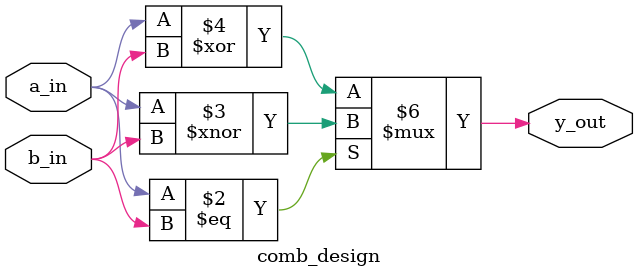
<source format=v>
module comb_design(input a_in, b_in, output reg y_out);

always @*
begin
if (a_in == b_in)
y_out = a_in ~^ b_in;
else
y_out = a_in ^ b_in;
end
endmodule
</source>
